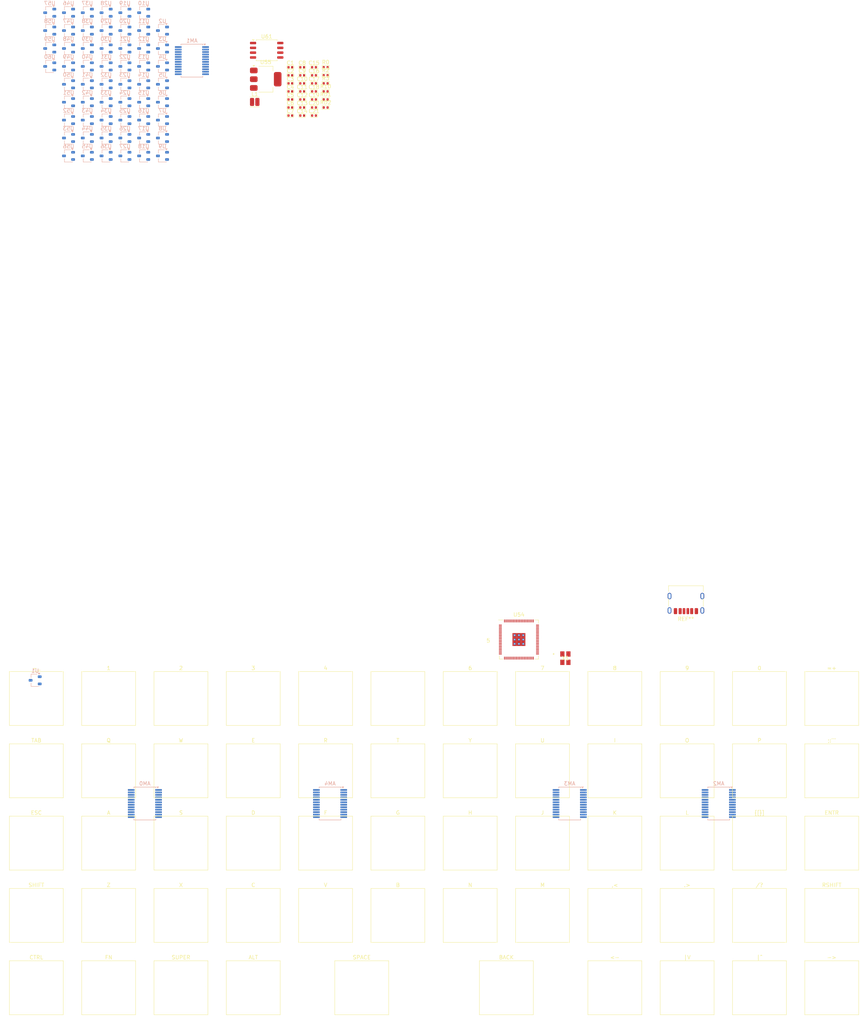
<source format=kicad_pcb>
(kicad_pcb (version 20241229) (generator "pcbnew") (generator_version "9.0")
  (layers (0 "F.Cu" signal) (2 "B.Cu" signal) (13 "F.Paste" user) (15 "B.Paste" user) (5 "F.SilkS" user "F.Silkscreen") (7 "B.SilkS" user "B.Silkscreen") (1 "F.Mask" user) (3 "B.Mask" user) (25 "Edge.Cuts" user))
  (net 0 "")
  (net 1 "AM0:2")
  (net 2 "AM0:3")
  (net 3 "AM0:6")
  (net 4 "AM0:14")
  (net 5 "AM0:5")
  (net 6 "AM0:13")
  (net 7 "AM0:4")
  (net 8 "GND")
  (net 9 "SELECT1")
  (net 10 "SELECT0")
  (net 11 "SELECT2")
  (net 12 "AM0:9")
  (net 13 "SELECT3")
  (net 14 "GPIO1")
  (net 15 "AM0:15")
  (net 16 "AM0:7")
  (net 17 "AM0:11")
  (net 18 "AM0")
  (net 19 "AM0:1")
  (net 20 "AM0:12")
  (net 21 "AM0:0")
  (net 22 "AM0:10")
  (net 23 "AM0:8")
  (net 24 "AM1:13")
  (net 25 "AM1:1")
  (net 26 "AM1:3")
  (net 27 "AM1:5")
  (net 28 "AM1:2")
  (net 29 "AM1:8")
  (net 30 "AM1:0")
  (net 31 "AM1:11")
  (net 32 "AM1:6")
  (net 33 "AM1:9")
  (net 34 "AM1")
  (net 35 "AM1:12")
  (net 36 "AM1:10")
  (net 37 "AM1:7")
  (net 38 "AM1:15")
  (net 39 "AM1:14")
  (net 40 "AM1:4")
  (net 41 "AM2:6")
  (net 42 "AM2:12")
  (net 43 "AM2:2")
  (net 44 "AM2:3")
  (net 45 "AM2:1")
  (net 46 "AM2:0")
  (net 47 "AM2:9")
  (net 48 "AM2:14")
  (net 49 "AM2")
  (net 50 "AM2:15")
  (net 51 "AM2:10")
  (net 52 "AM2:7")
  (net 53 "AM2:4")
  (net 54 "AM2:11")
  (net 55 "AM2:8")
  (net 56 "AM2:5")
  (net 57 "AM2:13")
  (net 58 "AM3:0")
  (net 59 "+5V")
  (net 60 "AM3:6")
  (net 61 "AM3:13")
  (net 62 "AM3:1")
  (net 63 "AM3")
  (net 64 "Net-(C3-Pad1)")
  (net 65 "AM3:3")
  (net 66 "XIN")
  (net 67 "Net-(U55-VO)")
  (net 68 "AM3:9")
  (net 69 "+1V1")
  (net 70 "AM3:7")
  (net 71 "Net-(U54-VREG_AVDD)")
  (net 72 "AM3:10")
  (net 73 "AM3:12")
  (net 74 "AM3:4")
  (net 75 "AM4:14")
  (net 76 "AM4:7")
  (net 77 "AM4:0")
  (net 78 "AM4:4")
  (net 79 "AM4:5")
  (net 80 "AM4:3")
  (net 81 "AM4:10")
  (net 82 "AM4:12")
  (net 83 "AM4")
  (net 84 "AM4:2")
  (net 85 "AM4:11")
  (net 86 "AM4:8")
  (net 87 "AM4:9")
  (net 88 "AM4:1")
  (net 89 "AM4:13")
  (net 90 "AM4:15")
  (net 91 "AM4:6")
  (net 92 "Net-(U54-VREG_LX)")
  (net 93 "Net-(R0-Pad1)")
  (net 94 "QSPI_SS")
  (net 95 "XOUT")
  (net 96 "D+")
  (net 97 "Net-(U54-USB_DP)")
  (net 98 "Net-(U54-USB_DM)")
  (net 99 "D-")
  (net 100 "QSPI_SCLK")
  (net 101 "QSPI_SD3")
  (net 102 "QSPI_SD0")
  (net 103 "QSPI_SD2")
  (net 104 "QSPI_SD1")
  (footprint "Hal_Switch:SW_Hal_MX_PCB_1.00u" (layer "F.Cu") (at 371.7925 185.7375)
    (property "Reference" "|V")
    (property "Value" "SW_Hal_MX_PCB_1.00u")
  )
  (footprint "Hal_Switch:SW_Hal_MX_PCB_1.00u" (layer "F.Cu") (at 333.6925 147.6375)
    (property "Reference" "J")
    (property "Value" "SW_Hal_MX_PCB_1.00u")
  )
  (footprint "PCM_Capacitor_SMD_AKL:C_0402_1005Metric" (layer "F.Cu") (at 273.492657 -52.515)
    (property "Reference" "C17")
    (property "Value" "C100n_0402" (hide yes))
  )
  (footprint "Hal_Switch:SW_Hal_MX_PCB_1.00u" (layer "F.Cu") (at 219.3925 185.7375)
    (property "Reference" "FN")
    (property "Value" "SW_Hal_MX_PCB_1.00u")
  )
  (footprint "PCM_Capacitor_SMD_AKL:C_0402_1005Metric" (layer "F.Cu") (at 270.375594 -54.635)
    (property "Reference" "C9")
    (property "Value" "C_0402" (hide yes))
  )
  (footprint "PCM_Resistor_SMD_AKL:R_0402_1005Metric" (layer "F.Cu") (at 276.56 -52.515)
    (property "Reference" "R3")
    (property "Value" "R33_0402" (hide yes))
  )
  (footprint "Hal_Switch:SW_Hal_MX_PCB_1.00u" (layer "F.Cu") (at 409.8925 166.6875)
    (property "Reference" "RSHIFT")
    (property "Value" "SW_Hal_MX_PCB_1.00u")
  )
  (footprint "Hal_Switch:SW_Hal_MX_PCB_1.00u" (layer "F.Cu") (at 352.7425 109.5375)
    (property "Reference" "8")
    (property "Value" "SW_Hal_MX_PCB_1.00u")
  )
  (footprint "Hal_Switch:SW_Hal_MX_PCB_1.00u" (layer "F.Cu") (at 219.3925 109.5375)
    (property "Reference" "1")
    (property "Value" "SW_Hal_MX_PCB_1.00u")
  )
  (footprint "PCM_Resistor_SMD_AKL:R_0402_1005Metric" (layer "F.Cu") (at 276.56 -56.755)
    (property "Reference" "R0")
    (property "Value" "R1K_0402" (hide yes))
  )
  (footprint "Hal_Switch:SW_Hal_MX_PCB_1.00u" (layer "F.Cu") (at 257.4925 128.5875)
    (property "Reference" "E")
    (property "Value" "SW_Hal_MX_PCB_1.00u")
  )
  (footprint "Hal_Switch:SW_Hal_MX_PCB_1.00u" (layer "F.Cu") (at 409.8925 109.5375)
    (property "Reference" "=+")
    (property "Value" "SW_Hal_MX_PCB_1.00u")
  )
  (footprint "PCM_Capacitor_SMD_AKL:C_0402_1005Metric" (layer "F.Cu") (at 267.258531 -50.395)
    (property "Reference" "C4")
    (property "Value" "C15p_0402" (hide yes))
  )
  (footprint "Hal_Switch:SW_Hal_MX_PCB_1.00u" (layer "F.Cu") (at 200.3425 185.7375)
    (property "Reference" "CTRL")
    (property "Value" "SW_Hal_MX_PCB_1.00u")
  )
  (footprint "Hal_Switch:SW_Hal_MX_PCB_1.00u" (layer "F.Cu") (at 352.7425 128.5875)
    (property "Reference" "I")
    (property "Value" "SW_Hal_MX_PCB_1.00u")
  )
  (footprint "Connector_USB:USB_C_Receptacle_HRO_TYPE-C-31-M-17" (layer "F.Cu") (at 371.475 83.34375 180)
    (property "Reference" "REF**")
    (property "Value" "USB_C_Receptacle_HRO_TYPE-C-31-M-17")
  )
  (footprint "PCM_Capacitor_SMD_AKL:C_0402_1005Metric" (layer "F.Cu") (at 267.258531 -48.275)
    (property "Reference" "C5")
    (property "Value" "C10u_0402" (hide yes))
  )
  (footprint "PCM_Capacitor_SMD_AKL:C_0402_1005Metric" (layer "F.Cu") (at 270.375594 -52.515)
    (property "Reference" "C10")
    (property "Value" "C4.7u_0402" (hide yes))
  )
  (footprint "PCM_Resistor_SMD_AKL:R_0402_1005Metric" (layer "F.Cu") (at 276.56 -54.635)
    (property "Reference" "R2")
    (property "Value" "R1K_0402" (hide yes))
  )
  (footprint "PCM_Capacitor_SMD_AKL:C_0402_1005Metric" (layer "F.Cu") (at 270.375594 -44.035)
    (property "Reference" "C14")
    (property "Value" "C100n_0402" (hide yes))
  )
  (footprint "Hal_Switch:SW_Hal_MX_PCB_1.00u" (layer "F.Cu") (at 238.4425 166.6875)
    (property "Reference" "X")
    (property "Value" "SW_Hal_MX_PCB_1.00u")
  )
  (footprint "Hal_Switch:SW_Hal_MX_PCB_1.00u" (layer "F.Cu") (at 314.6425 166.6875)
    (property "Reference" "N")
    (property "Value" "SW_Hal_MX_PCB_1.00u")
  )
  (footprint "PCM_Capacitor_SMD_AKL:C_0402_1005Metric" (layer "F.Cu") (at 273.492657 -50.395)
    (property "Reference" "C18")
    (property "Value" "C100n_0402" (hide yes))
  )
  (footprint "PCM_Capacitor_SMD_AKL:C_0402_1005Metric" (layer "F.Cu") (at 273.492657 -56.755)
    (property "Reference" "C15")
    (property "Value" "C100n_0402" (hide yes))
  )
  (footprint "Hal_Switch:SW_Hal_MX_PCB_1.00u" (layer "F.Cu") (at 314.6425 147.6375)
    (property "Reference" "H")
    (property "Value" "SW_Hal_MX_PCB_1.00u")
  )
  (footprint "PCM_Capacitor_SMD_AKL:C_0402_1005Metric" (layer "F.Cu") (at 270.375594 -56.755)
    (property "Reference" "C8")
    (property "Value" "C100n_0402" (hide yes))
  )
  (footprint "Hal_Switch:SW_Hal_MX_PCB_1.00u" (layer "F.Cu") (at 238.4425 128.5875)
    (property "Reference" "W")
    (property "Value" "SW_Hal_MX_PCB_1.00u")
  )
  (footprint "Hal_Switch:SW_Hal_MX_PCB_1.00u" (layer "F.Cu") (at 295.5925 109.5375)
    (property "Reference" "5")
    (property "Value" "SW_Hal_MX_PCB_1.00u")
  )
  (footprint "Hal_Switch:SW_Hal_MX_PCB_1.00u" (layer "F.Cu") (at 238.4425 147.6375)
    (property "Reference" "S")
    (property "Value" "SW_Hal_MX_PCB_1.00u")
  )
  (footprint "Hal_Switch:SW_Hal_MX_PCB_1.00u" (layer "F.Cu") (at 333.6925 166.6875)
    (property "Reference" "M")
    (property "Value" "SW_Hal_MX_PCB_1.00u")
  )
  (footprint "Hal_Switch:SW_Hal_MX_PCB_1.00u" (layer "F.Cu") (at 390.8425 147.6375)
    (property "Reference" "{[}]")
    (property "Value" "SW_Hal_MX_PCB_1.00u")
  )
  (footprint "Hal_Switch:SW_Hal_MX_PCB_1.00u" (layer "F.Cu") (at 219.3925 147.6375)
    (property "Reference" "A")
    (property "Value" "SW_Hal_MX_PCB_1.00u")
  )
  (footprint "PCM_Capacitor_SMD_AKL:C_0402_1005Metric" (layer "F.Cu") (at 270.375594 -46.155)
    (property "Reference" "C13")
    (property "Value" "C100n_0402" (hide yes))
  )
  (footprint "Hal_Switch:SW_Hal_MX_PCB_1.00u" (layer "F.Cu") (at 200.3425 147.6375)
    (property "Reference" "ESC")
    (property "Value" "SW_Hal_MX_PCB_1.00u")
  )
  (footprint "PCM_Resistor_SMD_AKL:R_0402_1005Metric" (layer "F.Cu") (at 276.56 -46.155)
    (property "Reference" "RD2")
    (property "Value" "R27_0402" (hide yes))
  )
  (footprint "Hal_Switch:SW_Hal_MX_PCB_1.00u" (layer "F.Cu") (at 257.4925 147.6375)
    (property "Reference" "D")
    (property "Value" "SW_Hal_MX_PCB_1.00u")
  )
  (footprint "Hal_Switch:SW_Hal_MX_PCB_1.00u" (layer "F.Cu") (at 219.3925 166.6875)
    (property "Reference" "Z")
    (property "Value" "SW_Hal_MX_PCB_1.00u")
  )
  (footprint "PCM_Capacitor_SMD_AKL:C_0402_1005Metric" (layer "F.Cu") (at 267.258531 -56.755)
    (property "Reference" "C1")
    (property "Value" "C10u_0402" (hide yes))
  )
  (footprint "Hal_Switch:SW_Hal_MX_PCB_1.00u" (layer "F.Cu") (at 352.7425 147.6375)
    (property "Reference" "K")
    (property "Value" "SW_Hal_MX_PCB_1.00u")
  )
  (footprint "PCM_Capacitor_SMD_AKL:C_0402_1005Metric" (layer "F.Cu") (at 273.492657 -48.275)
    (property "Reference" "C19")
    (property "Value" "C100n_0402" (hide yes))
  )
  (footprint "Hal_Switch:SW_Hal_MX_PCB_1.00u" (layer "F.Cu") (at 257.4925 166.6875)
    (property "Reference" "C")
    (property "Value" "SW_Hal_MX_PCB_1.00u")
  )
  (footprint "rasposc:ABM8-272-T3_ABR" (layer "F.Cu") (at 339.718749 98.9125)
    (property "Reference" "X1")
    (property "Value" "ABM8-272-T3")
  )
  (footprint "Hal_Switch:SW_Hal_MX_PCB_1.00u" (layer "F.Cu") (at 219.3925 128.5875)
    (property "Reference" "Q")
    (property "Value" "SW_Hal_MX_PCB_1.00u")
  )
  (footprint "Package_SO:SOIC-8_5.3x5.3mm_P1.27mm" (layer "F.Cu") (at 261.025 -61.24)
    (property "Reference" "U61")
    (property "Value" "W25Q128JVS")
  )
  (footprint "PCM_Resistor_SMD_AKL:R_0402_1005Metric" (layer "F.Cu") (at 276.56 -48.275)
    (property "Reference" "RD1")
    (property "Value" "R27_0402" (hide yes))
  )
  (footprint "Hal_Switch:SW_Hal_MX_PCB_1.00u" (layer "F.Cu") (at 409.8925 147.6375)
    (property "Reference" "ENTR")
    (property "Value" "SW_Hal_MX_PCB_1.00u")
  )
  (footprint "Hal_Switch:SW_Hal_MX_PCB_1.00u" (layer "F.Cu") (at 295.5925 147.6375)
    (property "Reference" "G")
    (property "Value" "SW_Hal_MX_PCB_1.00u")
  )
  (footprint "Hal_Switch:SW_Hal_MX_PCB_1.00u" (layer "F.Cu") (at 276.5425 109.5375)
    (property "Reference" "4")
    (property "Value" "SW_Hal_MX_PCB_1.00u")
  )
  (footprint "Inductor_SMD:L_Cenker_CKCS201610" (layer "F.Cu") (at 257.875 -47.625)
    (property "Reference" "L1")
    (property "Value" "L3.3u")
  )
  (footprint "Hal_Switch:SW_Hal_MX_PCB_1.00u" (layer "F.Cu") (at 238.4425 185.7375)
    (property "Reference" "SUPER")
    (property "Value" "SW_Hal_MX_PCB_1.00u")
  )
  (footprint "Hal_Switch:SW_Hal_MX_PCB_1.00u" (layer "F.Cu") (at 257.4925 109.5375)
    (property "Reference" "3")
    (property "Value" "SW_Hal_MX_PCB_1.00u")
  )
  (footprint "PCM_Capacitor_SMD_AKL:C_0402_1005Metric" (layer "F.Cu") (at 267.258531 -54.635)
    (property "Reference" "C2")
    (property "Value" "C100n_0402" (hide yes))
  )
  (footprint "Hal_Switch:SW_Hal_MX_PCB_1.00u" (layer "F.Cu") (at 333.6925 109.5375)
    (property "Reference" "7")
    (property "Value" "SW_Hal_MX_PCB_1.00u")
  )
  (footprint "Hal_Switch:SW_Hal_MX_PCB_1.00u" (layer "F.Cu") (at 200.3425 166.6875)
    (property "Reference" "SHIFT")
    (property "Value" "SW_Hal_MX_PCB_1.00u")
  )
  (footprint "Hal_Switch:SW_Hal_MX_PCB_1.00u" (layer "F.Cu") (at 314.6425 109.5375)
    (property "Reference" "6")
    (property "Value" "SW_Hal_MX_PCB_1.00u")
  )
  (footprint "PCM_Capacitor_SMD_AKL:C_0402_1005Metric" (layer "F.Cu") (at 270.375594 -50.395)
    (property "Reference" "C11")
    (property "Value" "C100n_0402" (hide yes))
  )
  (footprint "Hal_Switch:SW_Hal_MX_PCB_1.00u" (layer "F.Cu") (at 276.5425 147.6375)
    (property "Reference" "F")
    (property "Value" "SW_Hal_MX_PCB_1.00u")
  )
  (footprint "Hal_Switch:SW_Hal_MX_PCB_1.00u" (layer "F.Cu") (at 371.7925 109.5375)
    (property "Reference" "9")
    (property "Value" "SW_Hal_MX_PCB_1.00u")
  )
  (footprint "Hal_Switch:SW_Hal_MX_PCB_1.00u" (layer "F.Cu") (at 409.8925 128.5875)
    (property "Reference" ";:'\"")
    (property "Value" "SW_Hal_MX_PCB_1.00u")
  )
  (footprint "PCM_Capacitor_SMD_AKL:C_0402_1005Metric" (layer "F.Cu") (at 273.492657 -46.155)
    (property "Reference" "C20")
    (property "Value" "C100n_0402" (hide yes))
  )
  (footprint "Package_TO_SOT_SMD:SOT-223-3_TabPin2" (layer "F.Cu") (at 260.775 -53.615)
    (property "Reference" "U55")
    (property "Value" "NCP1117-3.3_SOT223")
  )
  (footprint "PCM_Capacitor_SMD_AKL:C_0402_1005Metric" (layer "F.Cu") (at 267.258531 -44.035)
    (property "Reference" "C7")
    (property "Value" "C_0402" (hide yes))
  )
  (footprint "PCM_Capacitor_SMD_AKL:C_0402_1005Metric" (layer "F.Cu") (at 273.492657 -44.035)
    (property "Reference" "C21")
    (property "Value" "C100n_0402" (hide yes))
  )
  (footprint "Hal_Switch:SW_Hal_MX_PCB_2.00u" (layer "F.Cu") (at 286.0675 185.7375)
    (property "Reference" "SPACE")
    (property "Value" "SW_Hal_MX_PCB_2.00u")
  )
  (footprint "Hal_Switch:SW_Hal_MX_PCB_1.00u" (layer "F.Cu") (at 295.5925 166.6875)
    (property "Reference" "B")
    (property "Value" "SW_Hal_MX_PCB_1.00u")
  )
  (footprint "Hal_Switch:SW_Hal_MX_PCB_1.00u" (layer "F.Cu") (at 352.7425 166.6875)
    (property "Reference" ",<")
    (property "Value" "SW_Hal_MX_PCB_1.00u")
  )
  (footprint "PCM_Resistor_SMD_AKL:R_0402_1005Metric" (layer "F.Cu") (at 276.56 -50.395)
    (property "Reference" "R10")
    (property "Value" "R1K_0402" (hide yes))
  )
  (footprint "PCM_Capacitor_SMD_AKL:C_0402_1005Metric" (layer "F.Cu") (at 270.375594 -48.275)
    (property "Reference" "C12")
    (property "Value" "C100n_0402" (hide yes))
  )
  (footprint "Hal_Switch:SW_Hal_MX_PCB_1.00u" (layer "F.Cu") (at 314.6425 128.5875)
    (property "Reference" "Y")
    (property "Value" "SW_Hal_MX_PCB_1.00u")
  )
  (footprint "Hal_Switch:SW_Hal_MX_PCB_1.00u" (layer "F.Cu") (at 333.6925 128.5875)
    (property "Reference" "U")
    (property "Value" "SW_Hal_MX_PCB_1.00u")
  )
  (footprint "Hal_Switch:SW_Hal_MX_PCB_1.00u" (layer "F.Cu") (at 371.7925 147.6375)
    (property "Reference" "L")
    (property "Value" "SW_Hal_MX_PCB_1.00u")
  )
  (footprint "Hal_Switch:SW_Hal_MX_PCB_1.00u" (layer "F.Cu") (at 238.4425 109.5375)
    (property "Reference" "2")
    (property "Value" "SW_Hal_MX_PCB_1.00u")
  )
  (footprint "Hal_Switch:SW_Hal_MX_PCB_2.00u" (layer "F.Cu") (at 324.1675 185.7375)
    (property "Reference" "BACK")
    (property "Value" "SW_Hal_MX_PCB_2.00u")
  )
  (footprint "PCM_Capacitor_SMD_AKL:C_0402_1005Metric" (layer "F.Cu") (at 267.258531 -52.515)
    (property "Reference" "C3")
    (property "Value" "C15P_0402" (hide yes))
  )
  (footprint "rasp:RP2350-QFN-80-1EP_10x10_P0.4mm_EP3.4x3.4mm_ThermalVias" (layer "F.Cu") (at 327.479167 94.002083)
    (property "Reference" "U54")
    (property "Value" "RP2350_80QFN")
  )
  (footprint "Hal_Switch:SW_Hal_MX_PCB_1.00u" (layer "F.Cu") (at 371.7925 166.6875)
    (property "Reference" ".>")
    (property "Value" "SW_Hal_MX_PCB_1.00u")
  )
  (footprint "Hal_Switch:SW_Hal_MX_PCB_1.00u" (layer "F.Cu") (at 390.8425 185.7375)
    (property "Reference" "|^")
    (property "Value" "SW_Hal_MX_PCB_1.00u")
  )
  (footprint "PCM_Capacitor_SMD_AKL:C_0402_1005Metric" (layer "F.Cu") (at 273.492657 -54.635)
    (property "Reference" "C16")
    (property "Value" "C100n_0402" (hide yes))
  )
  (footprint "Hal_Switch:SW_Hal_MX_PCB_1.00u" (layer "F.Cu") (at 352.7425 185.7375)
    (property "Reference" "<-")
    (property "Value" "SW_Hal_MX_PCB_1.00u")
  )
  (footprint "Hal_Switch:SW_Hal_MX_PCB_1.00u" (layer "F.Cu") (at 200.3425 109.5375)
    (property "Reference" "-_")
    (property "Value" "SW_Hal_MX_PCB_1.00u")
  )
  (footprint "Hal_Switch:SW_Hal_MX_PCB_1.00u" (layer "F.Cu") (at 276.5425 128.5875)
    (property "Reference" "R")
    (property "Value" "SW_Hal_MX_PCB_1.00u")
  )
  (footprint "Hal_Switch:SW_Hal_MX_PCB_1.00u" (layer "F.Cu") (at 409.8925 185.7375)
    (property "Reference" "->")
    (property "Value" "SW_Hal_MX_PCB_1.00u")
  )
  (footprint "PCM_Capacitor_SMD_AKL:C_0402_1005Metric" (layer "F.Cu") (at 267.258531 -46.155)
    (property "Reference" "C6")
    (property "Value" "C4.7pf_0402" (hide yes))
  )
  (footprint "Hal_Switch:SW_Hal_MX_PCB_1.00u" (layer "F.Cu") (at 390.8425 128.5875)
    (property "Reference" "P")
    (property "Value" "SW_Hal_MX_PCB_1.00u")
  )
  (footprint "Hal_Switch:SW_Hal_MX_PCB_1.00u" (layer "F.Cu") (at 257.4925 185.7375)
    (property "Reference" "ALT")
    (property "Value" "SW_Hal_MX_PCB_1.00u")
  )
  (footprint "Hal_Switch:SW_Hal_MX_PCB_1.00u" (layer "F.Cu") (at 276.5425 166.6875)
    (property "Reference" "V")
    (property "Value" "SW_Hal_MX_PCB_1.00u")
  )
  (footprint "Hal_Switch:SW_Hal_MX_PCB_1.00u" (layer "F.Cu") (at 390.8425 166.6875)
    (property "Reference" "/?")
    (property "Value" "SW_Hal_MX_PCB_1.00u")
  )
  (footprint "Hal_Switch:SW_Hal_MX_PCB_1.00u" (layer "F.Cu") (at 371.7925 128.5875)
    (property "Reference" "O")
    (property "Value" "SW_Hal_MX_PCB_1.00u")
  )
  (footprint "Hal_Switch:SW_Hal_MX_PCB_1.00u" (layer "F.Cu") (at 295.5925 128.5875)
    (property "Reference" "T")
    (property "Value" "SW_Hal_MX_PCB_1.00u")
  )
  (footprint "Hal_Switch:SW_Hal_MX_PCB_1.00u" (layer "F.Cu") (at 390.8425 109.5375)
    (property "Reference" "0")
    (property "Value" "SW_Hal_MX_PCB_1.00u")
  )
  (footprint "Hal_Switch:SW_Hal_MX_PCB_1.00u" (layer "F.Cu") (at 200.3425 128.5875)
    (property "Reference" "TAB")
    (property "Value" "SW_Hal_MX_PCB_1.00u")
  )
  (footprint "Package_SO:SSOP-24_5.3x8.2mm_P0.65mm" (layer "B.Cu") (at 380.11625 137.20125 180)
    (property "Reference" "AM2")
    (property "Value" "CD74HC4067SM")
  )
  (footprint "Package_TO_SOT_SMD:SOT-23W" (layer "B.Cu") (at 208.823096 -42.84125 180)
    (property "Reference" "U52")
    (property "Value" "A3214xLH")
  )
  (footprint "Package_TO_SOT_SMD:SOT-23W" (layer "B.Cu") (at 233.573096 -42.84125 180)
    (property "Reference" "U7")
    (property "Value" "A3214xLH")
  )
  (footprint "Package_TO_SOT_SMD:SOT-23W" (layer "B.Cu") (at 208.823096 -66.41625 180)
    (property "Reference" "U47")
    (property "Value" "A3214xLH")
  )
  (footprint "Package_TO_SOT_SMD:SOT-23W" (layer "B.Cu") (at 228.623096 -47.55625 180)
    (property "Reference" "U15")
    (property "Value" "A3214xLH")
  )
  (footprint "Package_TO_SOT_SMD:SOT-23W" (layer "B.Cu") (at 208.823096 -61.70125 180)
    (property "Reference" "U48")
    (property "Value" "A3214xLH")
  )
  (footprint "Package_TO_SOT_SMD:SOT-23W" (layer "B.Cu") (at 213.773096 -61.70125 180)
    (property "Reference" "U39")
    (property "Value" "A3214xLH")
  )
  (footprint "Package_TO_SOT_SMD:SOT-23W" (layer "B.Cu") (at 203.873096 -61.70125 180)
    (property "Reference" "U59")
    (property "Value" "A3214xLH")
  )
  (footprint "Package_TO_SOT_SMD:SOT-23W" (layer "B.Cu") (at 208.823096 -56.98625 180)
    (property "Reference" "U49")
    (property "Value" "A3214xLH")
  )
  (footprint "Package_TO_SOT_SMD:SOT-23W" (layer "B.Cu") (at 203.873096 -71.13125 180)
    (property "Reference" "U57")
    (property "Value" "A3214xLH")
  )
  (footprint "Package_TO_SOT_SMD:SOT-23W" (layer "B.Cu") (at 213.773096 -38.12625 180)
    (property "Reference" "U44")
    (property "Value" "A3214xLH")
  )
  (footprint "Package_TO_SOT_SMD:SOT-23W" (layer "B.Cu") (at 208.823096 -47.55625 180)
    (property "Reference" "U51")
    (property "Value" "A3214xLH")
  )
  (footprint "Package_TO_SOT_SMD:SOT-23W" (layer "B.Cu") (at 223.673096 -66.41625 180)
    (property "Reference" "U20")
    (property "Value" "A3214xLH")
  )
  (footprint "Package_TO_SOT_SMD:SOT-23W" (layer "B.Cu") (at 228.623096 -56.98625 180)
    (property "Reference" "U13")
    (property "Value" "A3214xLH")
  )
  (footprint "Package_TO_SOT_SMD:SOT-23W" (layer "B.Cu") (at 203.873096 -66.41625 180)
    (property "Reference" "U58")
    (property "Value" "A3214xLH")
  )
  (footprint "Package_TO_SOT_SMD:SOT-23W" (layer "B.Cu") (at 223.673096 -38.12625 180)
    (property "Reference" "U26")
    (property "Value" "A3214xLH")
  )
  (footprint "Package_TO_SOT_SMD:SOT-23W" (layer "B.Cu") (at 218.723096 -56.98625 180)
    (property "Reference" "U31")
    (property "Value" "A3214xLH")
  )
  (footprint "Package_TO_SOT_SMD:SOT-23W" (layer "B.Cu") (at 233.573096 -52.27125 180)
    (property "Reference" "U5")
    (property "Value" "A3214xLH")
  )
  (footprint "Package_TO_SOT_SMD:SOT-23W" (layer "B.Cu") (at 203.873096 -56.98625 180)
    (property "Reference" "U60")
    (property "Value" "A3214xLH")
  )
  (footprint "Package_TO_SOT_SMD:SOT-23W" (layer "B.Cu") (at 223.673096 -61.70125 180)
    (property "Reference" "U21")
    (property "Value" "A3214xLH")
  )
  (footprint "Package_TO_SOT_SMD:SOT-23W" (layer "B.Cu") (at 228.623096 -61.70125 180)
    (property "Reference" "U12")
    (property "Value" "A3214xLH")
  )
  (footprint "Package_TO_SOT_SMD:SOT-23W" (layer "B.Cu") (at 233.573096 -47.55625 180)
    (property "Reference" "U6")
    (property "Value" "A3214xLH")
  )
  (footprint "Package_TO_SOT_SMD:SOT-23W" (layer "B.Cu") (at 213.773096 -33.41125 180)
    (property "Reference" "U45")
    (property "Value" "A3214xLH")
  )
  (footprint "Package_TO_SOT_SMD:SOT-23W" (layer "B.Cu") (at 218.723096 -42.84125 180)
    (property "Reference" "U34")
    (property "Value" "A3214xLH")
  )
  (footprint "Package_TO_SOT_SMD:SOT-23W" (layer "B.Cu") (at 223.673096 -33.41125 180)
    (property "Reference" "U27")
    (property "Value" "A3214xLH")
  )
  (footprint "Package_TO_SOT_SMD:SOT-23W" (layer "B.Cu") (at 213.773096 -66.41625 180)
    (property "Reference" "U38")
    (property "Value" "A3214xLH")
  )
  (footprint "Package_TO_SOT_SMD:SOT-23W" (layer "B.Cu") (at 228.623096 -42.84125 180)
    (property "Reference" "U16")
    (property "Value" "A3214xLH")
  )
  (footprint "Package_TO_SOT_SMD:SOT-23W" (layer "B.Cu") (at 233.573096 -66.41625 180)
    (property "Reference" "U2")
    (property "Value" "A3214xLH")
  )
  (footprint "Package_TO_SOT_SMD:SOT-23W" (layer "B.Cu") (at 208.823096 -38.12625 180)
    (property "Reference" "U53")
    (property "Value" "A3214xLH")
  )
  (footprint "Package_TO_SOT_SMD:SOT-23W" (layer "B.Cu") (at 228.623096 -33.41125 180)
    (property "Reference" "U18")
    (property "Value" "A3214xLH")
  )
  (footprint "Package_TO_SOT_SMD:SOT-23W" (layer "B.Cu") (at 200.025 104.7425 180)
    (property "Reference" "U1")
    (property "Value" "A3214xLH")
  )
  (footprint "Package_TO_SOT_SMD:SOT-23W" (layer "B.Cu") (at 228.623096 -52.27125 180)
    (property "Reference" "U14")
    (property "Value" "A3214xLH")
  )
  (footprint "Package_TO_SOT_SMD:SOT-23W" (layer "B.Cu") (at 233.573096 -38.12625 180)
    (property "Reference" "U8")
    (property "Value" "A3214xLH")
  )
  (footprint "Package_TO_SOT_SMD:SOT-23W" (layer "B.Cu") (at 218.723096 -47.55625 180)
    (property "Reference" "U33")
    (property "Value" "A3214xLH")
  )
  (footprint "Package_TO_SOT_SMD:SOT-23W" (layer "B.Cu") (at 233.573096 -33.41125 180)
    (property "Reference" "U9")
    (property "Value" "A3214xLH")
  )
  (footprint "Package_TO_SOT_SMD:SOT-23W" (layer "B.Cu") (at 218.723096 -38.12625 180)
    (property "Reference" "U35")
    (property "Value" "A3214xLH")
  )
  (footprint "Package_TO_SOT_SMD:SOT-23W" (layer "B.Cu") (at 218.723096 -66.41625 180)
    (property "Reference" "U29")
    (property "Value" "A3214xLH")
  )
  (footprint "Package_TO_SOT_SMD:SOT-23W" (layer "B.Cu") (at 223.673096 -42.84125 180)
    (property "Reference" "U25")
    (property "Value" "A3214xLH")
  )
  (footprint "Package_TO_SOT_SMD:SOT-23W" (layer "B.Cu") (at 228.623096 -66.41625 180)
    (property "Reference" "U11")
    (property "Value" "A3214xLH")
  )
  (footprint "Package_SO:SSOP-24_5.3x8.2mm_P0.65mm" (layer "B.Cu") (at 277.7225 137.20125 180)
    (property "Reference" "AM4")
    (property "Value" "CD74HC4067SM")
  )
  (footprint "Package_TO_SOT_SMD:SOT-23W" (layer "B.Cu") (at 208.823096 -71.13125 180)
    (property "Reference" "U46")
    (property "Value" "A3214xLH")
  )
  (footprint "Package_SO:SSOP-24_5.3x8.2mm_P0.65mm" (layer "B.Cu") (at 340.85375 137.20125 180)
    (property "Reference" "AM3")
    (property "Value" "CD74HC4067SM")
  )
  (footprint "Package_TO_SOT_SMD:SOT-23W" (layer "B.Cu") (at 218.723096 -52.27125 180)
    (property "Reference" "U32")
    (property "Value" "A3214xLH")
  )
  (footprint "Package_TO_SOT_SMD:SOT-23W" (layer "B.Cu") (at 223.673096 -71.13125 180)
    (property "Reference" "U19")
    (property "Value" "A3214xLH")
  )
  (footprint "Package_TO_SOT_SMD:SOT-23W" (layer "B.Cu") (at 218.723096 -33.41125 180)
    (property "Reference" "U36")
    (property "Value" "A3214xLH")
  )
  (footprint "Package_TO_SOT_SMD:SOT-23W" (layer "B.Cu") (at 213.773096 -71.13125 180)
    (property "Reference" "U37")
    (property "Value" "A3214xLH")
  )
  (footprint "Package_TO_SOT_SMD:SOT-23W" (layer "B.Cu") (at 223.673096 -56.98625 180)
    (property "Reference" "U22")
    (property "Value" "A3214xLH")
  )
  (footprint "Package_TO_SOT_SMD:SOT-23W" (layer "B.Cu") (at 233.573096 -61.70125 180)
    (property "Reference" "U3")
    (property "Value" "A3214xLH")
  )
  (footprint "Package_TO_SOT_SMD:SOT-23W" (layer "B.Cu") (at 223.673096 -47.55625 180)
    (property "Reference" "U24")
    (property "Value" "A3214xLH")
  )
  (footprint "Package_SO:SSOP-24_5.3x8.2mm_P0.65mm" (layer "B.Cu") (at 228.935 137.20125 180)
    (property "Reference" "AM0")
    (property "Value" "CD74HC4067SM")
  )
  (footprint "Package_TO_SOT_SMD:SOT-23W" (layer "B.Cu") (at 213.773096 -52.27125 180)
    (property "Reference" "U41")
    (property "Value" "A3214xLH")
  )
  (footprint "Package_SO:SSOP-24_5.3x8.2mm_P0.65mm" (layer "B.Cu") (at 241.323096 -58.50625 180)
    (property "Reference" "AM1")
    (property "Value" "CD74HC4067SM")
  )
  (footprint "Package_TO_SOT_SMD:SOT-23W" (layer "B.Cu") (at 233.573096 -56.98625 180)
    (property "Reference" "U4")
    (property "Value" "A3214xLH")
  )
  (footprint "Package_TO_SOT_SMD:SOT-23W" (layer "B.Cu") (at 208.823096 -33.41125 180)
    (property "Reference" "U56")
    (property "Value" "A3214xLH")
  )
  (footprint "Package_TO_SOT_SMD:SOT-23W" (layer "B.Cu") (at 218.723096 -71.13125 180)
    (property "Reference" "U28")
    (property "Value" "A3214xLH")
  )
  (footprint "Package_TO_SOT_SMD:SOT-23W" (layer "B.Cu") (at 223.673096 -52.27125 180)
    (property "Reference" "U23")
    (property "Value" "A3214xLH")
  )
  (footprint "Package_TO_SOT_SMD:SOT-23W" (layer "B.Cu") (at 228.623096 -71.13125 180)
    (property "Reference" "U10")
    (property "Value" "A3214xLH")
  )
  (footprint "Package_TO_SOT_SMD:SOT-23W" (layer "B.Cu") (at 228.623096 -38.12625 180)
    (property "Reference" "U17")
    (property "Value" "A3214xLH")
  )
  (footprint "Package_TO_SOT_SMD:SOT-23W" (layer "B.Cu") (at 218.723096 -61.70125 180)
    (property "Reference" "U30")
    (property "Value" "A3214xLH")
  )
  (footprint "Package_TO_SOT_SMD:SOT-23W" (layer "B.Cu") (at 213.773096 -56.98625 180)
    (property "Reference" "U40")
    (property "Value" "A3214xLH")
  )
  (footprint "Package_TO_SOT_SMD:SOT-23W" (layer "B.Cu") (at 213.773096 -47.55625 180)
    (property "Reference" "U42")
    (property "Value" "A3214xLH")
  )
  (footprint "Package_TO_SOT_SMD:SOT-23W" (layer "B.Cu") (at 213.773096 -42.84125 180)
    (property "Reference" "U43")
    (property "Value" "A3214xLH")
  )
  (footprint "Package_TO_SOT_SMD:SOT-23W" (layer "B.Cu") (at 208.823096 -52.27125 180)
    (property "Reference" "U50")
    (property "Value" "A3214xLH")
  )
)
</source>
